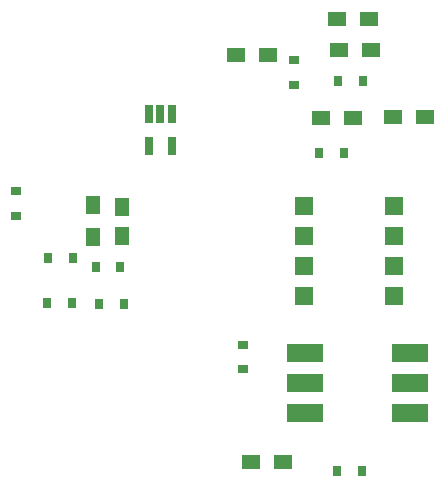
<source format=gbp>
G04 #@! TF.GenerationSoftware,KiCad,Pcbnew,5.1.6-c6e7f7d~87~ubuntu18.04.1*
G04 #@! TF.CreationDate,2020-10-10T14:26:16+05:30*
G04 #@! TF.ProjectId,BackEnd_HeavyDevice_v1,4261636b-456e-4645-9f48-656176794465,rev?*
G04 #@! TF.SameCoordinates,Original*
G04 #@! TF.FileFunction,Paste,Bot*
G04 #@! TF.FilePolarity,Positive*
%FSLAX46Y46*%
G04 Gerber Fmt 4.6, Leading zero omitted, Abs format (unit mm)*
G04 Created by KiCad (PCBNEW 5.1.6-c6e7f7d~87~ubuntu18.04.1) date 2020-10-10 14:26:16*
%MOMM*%
%LPD*%
G01*
G04 APERTURE LIST*
%ADD10R,1.250000X1.500000*%
%ADD11R,0.800000X0.900000*%
%ADD12R,0.900000X0.800000*%
%ADD13R,1.600000X1.600000*%
%ADD14R,1.500000X1.300000*%
%ADD15R,1.300000X1.500000*%
%ADD16R,3.100000X1.600000*%
%ADD17R,0.650000X1.560000*%
G04 APERTURE END LIST*
D10*
X126967000Y-104912000D03*
X126967000Y-107412000D03*
D11*
X147253000Y-127284000D03*
X145153000Y-127284000D03*
D12*
X137229000Y-118677000D03*
X137229000Y-116577000D03*
X117986000Y-103613000D03*
X117986000Y-105713000D03*
D11*
X147334000Y-94300000D03*
X145234000Y-94300000D03*
X120695000Y-109276000D03*
X122795000Y-109276000D03*
X122708000Y-113063000D03*
X120608000Y-113063000D03*
X127131000Y-113182000D03*
X125031000Y-113182000D03*
X145769000Y-100396000D03*
X143669000Y-100396000D03*
D12*
X141503000Y-94608400D03*
X141503000Y-92508400D03*
D11*
X126831000Y-110015000D03*
X124731000Y-110015000D03*
D13*
X149972000Y-112425000D03*
X142352000Y-104805000D03*
X149972000Y-109885000D03*
X142352000Y-107345000D03*
X149972000Y-107345000D03*
X142352000Y-109885000D03*
X149972000Y-104805000D03*
X142352000Y-112425000D03*
D14*
X139313000Y-92095300D03*
X136613000Y-92095300D03*
D15*
X124506000Y-104789000D03*
X124506000Y-107489000D03*
D14*
X152589000Y-97266800D03*
X149889000Y-97266800D03*
X145180000Y-88996500D03*
X147880000Y-88996500D03*
X146524000Y-97373400D03*
X143824000Y-97373400D03*
X145320000Y-91648300D03*
X148020000Y-91648300D03*
X137892000Y-126520000D03*
X140592000Y-126520000D03*
D16*
X142464000Y-122410000D03*
X151354000Y-117330000D03*
X142464000Y-119870000D03*
X151354000Y-119870000D03*
X142464000Y-117330000D03*
X151354000Y-122410000D03*
D17*
X129266000Y-99721700D03*
X131166000Y-99721700D03*
X131166000Y-97021700D03*
X130216000Y-97021700D03*
X129266000Y-97021700D03*
M02*

</source>
